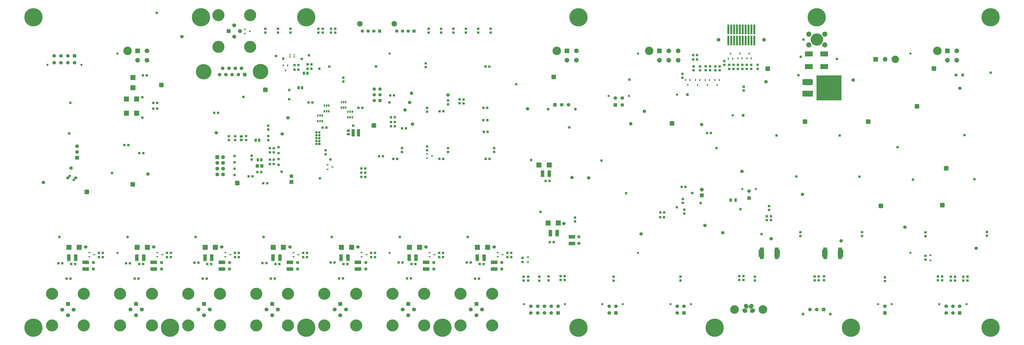
<source format=gbr>
G04 FAB 3000 Version 8.1.40 - Gerber/CAM Software*
G04 RS274-X Output*
%FSLAX35Y35*%
%MIA0B0*%
%MOIN*%
%SFA1.000000B1.000000*%

%IPPOS*%
%AMRECT_ROUNDED85*
4,1,38,0.000000,0.012500,
-0.010250,0.012500,
-0.011549,0.012363,
-0.012792,0.011960,
-0.013924,0.011306,
-0.014895,0.010432,
-0.015663,0.009375,
-0.016194,0.008181,
-0.016466,0.006903,
-0.016500,0.006250,
-0.016500,-0.006250,
-0.016363,-0.007549,
-0.015960,-0.008792,
-0.015306,-0.009924,
-0.014432,-0.010895,
-0.013375,-0.011663,
-0.012181,-0.012194,
-0.010903,-0.012466,
-0.010250,-0.012500,
0.010250,-0.012500,
0.011549,-0.012363,
0.012792,-0.011960,
0.013924,-0.011306,
0.014895,-0.010432,
0.015663,-0.009375,
0.016194,-0.008181,
0.016466,-0.006903,
0.016500,-0.006250,
0.016500,0.006250,
0.016363,0.007549,
0.015960,0.008792,
0.015306,0.009924,
0.014432,0.010895,
0.013375,0.011663,
0.012181,0.012194,
0.010903,0.012466,
0.010250,0.012500,
0.000000,0.012500,
0.000000,0.012500,0.0*
%
%AMRECT_ROUNDED179*
4,1,38,0.000000,0.007874,
-0.008858,0.007874,
-0.009677,0.007788,
-0.010460,0.007534,
-0.011172,0.007122,
-0.011784,0.006571,
-0.012268,0.005906,
-0.012603,0.005154,
-0.012774,0.004349,
-0.012795,0.003937,
-0.012795,-0.003937,
-0.012709,-0.004756,
-0.012455,-0.005538,
-0.012043,-0.006251,
-0.011493,-0.006863,
-0.010827,-0.007347,
-0.010075,-0.007681,
-0.009270,-0.007852,
-0.008858,-0.007874,
0.008858,-0.007874,
0.009677,-0.007788,
0.010460,-0.007534,
0.011172,-0.007122,
0.011784,-0.006571,
0.012268,-0.005906,
0.012603,-0.005154,
0.012774,-0.004349,
0.012795,-0.003937,
0.012795,0.003937,
0.012709,0.004756,
0.012455,0.005538,
0.012043,0.006251,
0.011493,0.006863,
0.010827,0.007347,
0.010075,0.007681,
0.009270,0.007852,
0.008858,0.007874,
0.000000,0.007874,
0.000000,0.007874,0.0*
%
%AMRECT_ROUNDED201*
4,1,38,0.000000,0.040500,
-0.020250,0.040500,
-0.024460,0.040057,
-0.028486,0.038749,
-0.032153,0.036633,
-0.035299,0.033800,
-0.037787,0.030375,
-0.039509,0.026508,
-0.040389,0.022367,
-0.040500,0.020250,
-0.040500,-0.020250,
-0.040057,-0.024460,
-0.038749,-0.028486,
-0.036633,-0.032153,
-0.033800,-0.035299,
-0.030375,-0.037787,
-0.026508,-0.039509,
-0.022367,-0.040389,
-0.020250,-0.040500,
0.020250,-0.040500,
0.024460,-0.040057,
0.028486,-0.038749,
0.032153,-0.036633,
0.035299,-0.033800,
0.037787,-0.030375,
0.039509,-0.026508,
0.040389,-0.022367,
0.040500,-0.020250,
0.040500,0.020250,
0.040057,0.024460,
0.038749,0.028486,
0.036633,0.032153,
0.033800,0.035299,
0.030375,0.037787,
0.026508,0.039509,
0.022367,0.040389,
0.020250,0.040500,
0.000000,0.040500,
0.000000,0.040500,0.0*
%
%AMoval87x72.189_55*
4,1,41,0.025300,0.026700,
0.033800,0.014600,
0.036808,0.009402,
0.038912,0.003778,
0.040053,-0.002118,
0.040200,-0.008121,
0.039349,-0.014066,
0.037523,-0.019787,
0.034773,-0.025125,
0.031176,-0.029934,
0.026830,-0.034078,
0.021857,-0.037444,
0.016394,-0.039938,
0.010593,-0.041491,
0.004615,-0.042060,
-0.001375,-0.041629,
-0.007210,-0.040210,
-0.012729,-0.037842,
-0.017778,-0.034591,
-0.022218,-0.030548,
-0.025300,-0.026700,
-0.033800,-0.014600,
-0.036808,-0.009402,
-0.038912,-0.003778,
-0.040053,0.002118,
-0.040200,0.008121,
-0.039349,0.014066,
-0.037523,0.019787,
-0.034773,0.025125,
-0.031176,0.029934,
-0.026830,0.034078,
-0.021857,0.037444,
-0.016394,0.039938,
-0.010593,0.041491,
-0.004615,0.042060,
0.001375,0.041629,
0.007210,0.040210,
0.012729,0.037842,
0.017778,0.034591,
0.022218,0.030548,
0.025300,0.026700,
0.025300,0.026700,0.0*
%
%AMoval89x72.189_25*
4,1,41,0.007600,0.036200,
0.022800,0.029100,
0.028005,0.026121,
0.032643,0.022319,
0.036585,0.017799,
0.039721,0.012687,
0.041964,0.007124,
0.043252,0.001267,
0.043548,-0.004723,
0.042845,-0.010679,
0.041163,-0.016436,
0.038547,-0.021833,
0.035070,-0.026720,
0.030830,-0.030961,
0.025944,-0.034440,
0.020549,-0.037057,
0.014793,-0.038743,
0.008837,-0.039448,
0.002847,-0.039154,
-0.003011,-0.037869,
-0.007600,-0.036200,
-0.022800,-0.029100,
-0.028005,-0.026121,
-0.032643,-0.022319,
-0.036585,-0.017799,
-0.039721,-0.012687,
-0.041964,-0.007124,
-0.043252,-0.001267,
-0.043548,0.004723,
-0.042846,0.010679,
-0.041163,0.016435,
-0.038547,0.021833,
-0.035070,0.026720,
-0.030830,0.030961,
-0.025944,0.034440,
-0.020549,0.037057,
-0.014793,0.038743,
-0.008837,0.039448,
-0.002847,0.039154,
0.003011,0.037869,
0.007600,0.036200,
0.007600,0.036200,0.0*
%
%AMoval89x72.189_335*
4,1,41,-0.022800,0.029100,
-0.007600,0.036200,
-0.001963,0.038269,
0.003940,0.039374,
0.009944,0.039483,
0.015883,0.038596,
0.021592,0.036735,
0.026913,0.033952,
0.031699,0.030324,
0.035816,0.025953,
0.039151,0.020959,
0.041611,0.015481,
0.043128,0.009671,
0.043659,0.003690,
0.043191,-0.002297,
0.041735,-0.008122,
0.039333,-0.013626,
0.036051,-0.018655,
0.031980,-0.023069,
0.027233,-0.026747,
0.022800,-0.029100,
0.007600,-0.036200,
0.001963,-0.038269,
-0.003940,-0.039374,
-0.009944,-0.039483,
-0.015883,-0.038596,
-0.021592,-0.036735,
-0.026913,-0.033952,
-0.031699,-0.030324,
-0.035816,-0.025953,
-0.039151,-0.020959,
-0.041611,-0.015481,
-0.043128,-0.009671,
-0.043659,-0.003690,
-0.043191,0.002296,
-0.041735,0.008122,
-0.039333,0.013626,
-0.036051,0.018655,
-0.031980,0.023069,
-0.027233,0.026747,
-0.022800,0.029100,
-0.022800,0.029100,0.0*
%
%AMoval87x72.189_305*
4,1,41,-0.033800,0.014600,
-0.025300,0.026700,
-0.021454,0.031309,
-0.016897,0.035217,
-0.011754,0.038314,
-0.006169,0.040514,
-0.000296,0.041756,
0.005702,0.042007,
0.011658,0.041257,
0.017407,0.039530,
0.022791,0.036872,
0.027657,0.033358,
0.031874,0.029085,
0.035322,0.024170,
0.037906,0.018752,
0.039556,0.012980,
0.040224,0.007014,
0.039892,0.001020,
0.038570,-0.004835,
0.036295,-0.010391,
0.033800,-0.014600,
0.025300,-0.026700,
0.021454,-0.031309,
0.016897,-0.035217,
0.011754,-0.038314,
0.006169,-0.040514,
0.000296,-0.041756,
-0.005702,-0.042007,
-0.011658,-0.041257,
-0.017407,-0.039530,
-0.022791,-0.036872,
-0.027657,-0.033358,
-0.031873,-0.029085,
-0.035322,-0.024170,
-0.037906,-0.018752,
-0.039556,-0.012980,
-0.040224,-0.007014,
-0.039892,-0.001020,
-0.038570,0.004835,
-0.036295,0.010391,
-0.033800,0.014600,
-0.033800,0.014600,0.0*
%
%AMOCTAGON212*
4,1,9,-0.011000,0.022000,
-0.022000,0.011000,
-0.022000,-0.011000,
-0.011000,-0.022000,
0.011000,-0.022000,
0.022000,-0.011000,
0.022000,0.011000,
0.011000,0.022000,
-0.011000,0.022000,
-0.011000,0.022000,0.0*
%
%AMRECT_ROUNDED256*
4,1,38,0.000000,0.026500,
-0.013250,0.026500,
-0.016005,0.026210,
-0.018639,0.025354,
-0.021038,0.023969,
-0.023097,0.022116,
-0.024725,0.019875,
-0.025851,0.017344,
-0.026427,0.014635,
-0.026500,0.013250,
-0.026500,-0.013250,
-0.026210,-0.016005,
-0.025354,-0.018639,
-0.023969,-0.021038,
-0.022116,-0.023097,
-0.019875,-0.024725,
-0.017344,-0.025851,
-0.014635,-0.026427,
-0.013250,-0.026500,
0.013250,-0.026500,
0.016005,-0.026210,
0.018639,-0.025354,
0.021038,-0.023969,
0.023097,-0.022116,
0.024725,-0.019875,
0.025851,-0.017344,
0.026427,-0.014635,
0.026500,-0.013250,
0.026500,0.013250,
0.026210,0.016005,
0.025354,0.018639,
0.023969,0.021038,
0.022116,0.023097,
0.019875,0.024725,
0.017344,0.025852,
0.014635,0.026427,
0.013250,0.026500,
0.000000,0.026500,
0.000000,0.026500,0.0*
%
%AMRECT_ROUNDED257*
4,1,38,0.000000,0.028500,
-0.014250,0.028500,
-0.017213,0.028189,
-0.020046,0.027268,
-0.022626,0.025778,
-0.024840,0.023785,
-0.026591,0.021375,
-0.027803,0.018653,
-0.028422,0.015740,
-0.028500,0.014250,
-0.028500,-0.014250,
-0.028189,-0.017213,
-0.027268,-0.020046,
-0.025778,-0.022626,
-0.023785,-0.024840,
-0.021375,-0.026591,
-0.018653,-0.027803,
-0.015740,-0.028422,
-0.014250,-0.028500,
0.014250,-0.028500,
0.017213,-0.028189,
0.020046,-0.027268,
0.022626,-0.025778,
0.024840,-0.023785,
0.026591,-0.021375,
0.027803,-0.018654,
0.028422,-0.015740,
0.028500,-0.014250,
0.028500,0.014250,
0.028189,0.017213,
0.027268,0.020046,
0.025778,0.022626,
0.023785,0.024840,
0.021375,0.026591,
0.018653,0.027803,
0.015740,0.028422,
0.014250,0.028500,
0.000000,0.028500,
0.000000,0.028500,0.0*
%
%AMoval83x68.189_55*
4,1,41,0.023600,0.025600,
0.032100,0.013400,
0.035005,0.008346,
0.037004,0.002870,
0.038037,-0.002867,
0.038074,-0.008696,
0.037115,-0.014446,
0.035187,-0.019947,
0.032348,-0.025038,
0.028680,-0.029569,
0.024291,-0.033406,
0.019311,-0.036437,
0.013887,-0.038572,
0.008178,-0.039748,
0.002351,-0.039931,
-0.003420,-0.039116,
-0.008969,-0.037326,
-0.014129,-0.034615,
-0.018750,-0.031061,
-0.022695,-0.026770,
-0.023600,-0.025600,
-0.032100,-0.013400,
-0.035005,-0.008346,
-0.037004,-0.002870,
-0.038037,0.002867,
-0.038074,0.008696,
-0.037115,0.014446,
-0.035187,0.019948,
-0.032348,0.025038,
-0.028680,0.029569,
-0.024291,0.033406,
-0.019311,0.036437,
-0.013887,0.038572,
-0.008178,0.039748,
-0.002351,0.039931,
0.003420,0.039116,
0.008969,0.037326,
0.014129,0.034615,
0.018750,0.031061,
0.022695,0.026770,
0.023600,0.025600,
0.023600,0.025600,0.0*
%
%AMoval85x68.189_25*
4,1,41,0.006700,0.034400,
0.022000,0.027300,
0.027051,0.024386,
0.031530,0.020653,
0.035305,0.016209,
0.038265,0.011185,
0.040323,0.005730,
0.041419,0.000002,
0.041520,-0.005827,
0.040624,-0.011589,
0.038756,-0.017113,
0.035972,-0.022236,
0.032353,-0.026808,
0.028006,-0.030695,
0.023059,-0.033782,
0.017658,-0.035978,
0.011961,-0.037219,
0.006135,-0.037468,
0.000352,-0.036719,
-0.005217,-0.034992,
-0.006700,-0.034400,
-0.022000,-0.027300,
-0.027051,-0.024386,
-0.031530,-0.020653,
-0.035305,-0.016209,
-0.038265,-0.011185,
-0.040323,-0.005730,
-0.041419,-0.000002,
-0.041520,0.005827,
-0.040624,0.011589,
-0.038756,0.017113,
-0.035972,0.022236,
-0.032353,0.026808,
-0.028006,0.030695,
-0.023059,0.033782,
-0.017658,0.035978,
-0.011961,0.037219,
-0.006135,0.037468,
-0.000352,0.036719,
0.005217,0.034992,
0.006700,0.034400,
0.006700,0.034400,0.0*
%
%AMoval85x68.189_335*
4,1,41,-0.022000,0.027300,
-0.006700,0.034400,
-0.001214,0.036388,
0.004531,0.037410,
0.010366,0.037436,
0.016120,0.036465,
0.021623,0.034526,
0.026715,0.031676,
0.031245,0.027999,
0.035081,0.023602,
0.038110,0.018614,
0.040243,0.013183,
0.041417,0.007467,
0.041597,0.001635,
0.040780,-0.004143,
0.038987,-0.009696,
0.036273,-0.014861,
0.032717,-0.019487,
0.028423,-0.023439,
0.023518,-0.026598,
0.022000,-0.027300,
0.006700,-0.034400,
0.001214,-0.036388,
-0.004531,-0.037410,
-0.010366,-0.037436,
-0.016120,-0.036465,
-0.021623,-0.034526,
-0.026715,-0.031676,
-0.031245,-0.027999,
-0.035081,-0.023602,
-0.038110,-0.018614,
-0.040243,-0.013183,
-0.041417,-0.007467,
-0.041597,-0.001635,
-0.040780,0.004143,
-0.038987,0.009696,
-0.036273,0.014861,
-0.032717,0.019487,
-0.028423,0.023439,
-0.023518,0.026598,
-0.022000,0.027300,
-0.022000,0.027300,0.0*
%
%AMoval83x68.189_305*
4,1,41,-0.032100,0.013400,
-0.023600,0.025600,
-0.019843,0.030061,
-0.015379,0.033814,
-0.010340,0.036750,
-0.004873,0.038782,
0.000860,0.039850,
0.006692,0.039923,
0.012450,0.038999,
0.017967,0.037104,
0.023078,0.034295,
0.027634,0.030654,
0.031501,0.026289,
0.034566,0.021326,
0.036738,0.015914,
0.037953,0.010210,
0.038176,0.004382,
0.037400,-0.001398,
0.035648,-0.006961,
0.032972,-0.012143,
0.032100,-0.013400,
0.023600,-0.025600,
0.019843,-0.030061,
0.015379,-0.033815,
0.010340,-0.036750,
0.004873,-0.038782,
-0.000860,-0.039850,
-0.006692,-0.039923,
-0.012450,-0.038999,
-0.017967,-0.037104,
-0.023078,-0.034295,
-0.027634,-0.030654,
-0.031501,-0.026289,
-0.034566,-0.021326,
-0.036738,-0.015914,
-0.037953,-0.010209,
-0.038176,-0.004381,
-0.037400,0.001398,
-0.035648,0.006961,
-0.032972,0.012143,
-0.032100,0.013400,
-0.032100,0.013400,0.0*
%
%AMRECT_ROUNDED368*
4,1,38,0.000000,0.021654,
-0.005906,0.021654,
-0.007133,0.021524,
-0.008308,0.021143,
-0.009377,0.020526,
-0.010294,0.019700,
-0.011020,0.018701,
-0.011522,0.017573,
-0.011779,0.016365,
-0.011811,0.015748,
-0.011811,-0.015748,
-0.011682,-0.016976,
-0.011300,-0.018150,
-0.010683,-0.019219,
-0.009857,-0.020137,
-0.008858,-0.020862,
-0.007730,-0.021365,
-0.006523,-0.021621,
-0.005906,-0.021654,
0.005906,-0.021654,
0.007133,-0.021524,
0.008307,-0.021143,
0.009377,-0.020526,
0.010294,-0.019700,
0.011020,-0.018701,
0.011522,-0.017573,
0.011779,-0.016365,
0.011811,-0.015748,
0.011811,0.015748,
0.011682,0.016976,
0.011300,0.018150,
0.010683,0.019219,
0.009857,0.020137,
0.008858,0.020862,
0.007730,0.021365,
0.006523,0.021621,
0.005906,0.021654,
0.000000,0.021654,
0.000000,0.021654,0.0*
%
%AMRECT_ROUNDED374*
4,1,42,0.000000,0.052165,
-0.065453,0.052165,
-0.070535,0.051665,
-0.075423,0.050185,
-0.079929,0.047780,
-0.083879,0.044543,
-0.087123,0.040598,
-0.089536,0.036097,
-0.091026,0.031212,
-0.091535,0.026131,
-0.091535,0.026083,
-0.091535,-0.026083,
-0.091035,-0.031165,
-0.089555,-0.036053,
-0.087150,-0.040558,
-0.083913,-0.044509,
-0.079968,-0.047753,
-0.075467,-0.050166,
-0.070582,-0.051656,
-0.065501,-0.052165,
-0.065453,-0.052165,
0.065453,-0.052165,
0.070535,-0.051665,
0.075423,-0.050185,
0.079929,-0.047780,
0.083879,-0.044543,
0.087123,-0.040598,
0.089536,-0.036097,
0.091026,-0.031212,
0.091535,-0.026131,
0.091535,-0.026083,
0.091535,0.026083,
0.091035,0.031165,
0.089555,0.036053,
0.087150,0.040558,
0.083913,0.044509,
0.079968,0.047753,
0.075467,0.050166,
0.070582,0.051656,
0.065501,0.052165,
0.065453,0.052165,
0.000000,0.052165,
0.000000,0.052165,0.0*
%
%AMRECT_ROUNDED382*
4,1,38,0.000000,0.020500,
-0.013250,0.020500,
-0.014757,0.020342,
-0.016199,0.019873,
-0.017511,0.019115,
-0.018638,0.018101,
-0.019529,0.016875,
-0.020145,0.015490,
-0.020460,0.014008,
-0.020500,0.013250,
-0.020500,-0.013250,
-0.020342,-0.014757,
-0.019873,-0.016199,
-0.019115,-0.017511,
-0.018101,-0.018638,
-0.016875,-0.019529,
-0.015490,-0.020145,
-0.014008,-0.020460,
-0.013250,-0.020500,
0.013250,-0.020500,
0.014757,-0.020342,
0.016199,-0.019873,
0.017511,-0.019115,
0.018638,-0.018101,
0.019529,-0.016875,
0.020145,-0.015490,
0.020460,-0.014008,
0.020500,-0.013250,
0.020500,0.013250,
0.020342,0.014757,
0.019873,0.016199,
0.019115,0.017511,
0.018101,0.018638,
0.016875,0.019529,
0.015490,0.020145,
0.014008,0.020460,
0.013250,0.020500,
0.000000,0.020500,
0.000000,0.020500,0.0*
%
%AMRECT_ROUNDED383*
4,1,38,0.000000,0.022500,
-0.014250,0.022500,
-0.015965,0.022320,
-0.017606,0.021787,
-0.019099,0.020924,
-0.020381,0.019770,
-0.021395,0.018375,
-0.022096,0.016799,
-0.022455,0.015112,
-0.022500,0.014250,
-0.022500,-0.014250,
-0.022320,-0.015965,
-0.021787,-0.017606,
-0.020924,-0.019099,
-0.019770,-0.020381,
-0.018375,-0.021395,
-0.016799,-0.022096,
-0.015112,-0.022455,
-0.014250,-0.022500,
0.014250,-0.022500,
0.015965,-0.022320,
0.017606,-0.021787,
0.019099,-0.020924,
0.020381,-0.019770,
0.021395,-0.018375,
0.022096,-0.016799,
0.022455,-0.015112,
0.022500,-0.014250,
0.022500,0.014250,
0.022320,0.015965,
0.021787,0.017606,
0.020924,0.019099,
0.019770,0.020381,
0.018375,0.021395,
0.016799,0.022096,
0.015112,0.022455,
0.014250,0.022500,
0.000000,0.022500,
0.000000,0.022500,0.0*
%
%ADD10C,0.005000*%
%ADD11C,0.010000*%
%ADD12C,0.009843*%
%ADD14C,0.007874*%
%ADD15C,0.006000*%
%ADD16C,0.020000*%
%ADD18C,0.008000*%
%ADD21R,0.010875X0.005512*%
%ADD22R,0.005512X0.010876*%
%ADD23C,0.006938*%
%ADD26R,0.007350X0.014500*%
%ADD27R,0.014500X0.007350*%
%ADD30C,0.009250*%
%ADD47R,0.056850X0.078650*%
%ADD48R,0.026564X0.013465*%
%ADD54R,0.024157X0.007914*%
%ADD58R,0.003910X0.018470*%
%ADD59C,0.005990*%
%ADD60C,0.012314*%
%ADD61C,0.012355*%
%ADD62R,0.003910X0.029037*%
%ADD63C,0.032906*%
%ADD64C,0.027414*%
%ADD75R,0.011625X0.057675*%
%ADD84R,0.033000X0.025000*%
%ADD85RECT_ROUNDED85*%
%ADD86R,0.137795X0.086614*%
%ADD110R,0.023622X0.043307*%
%ADD112R,0.033465X0.023622*%
%ADD129R,0.055118X0.061024*%
%ADD130R,0.055118X0.059055*%
%ADD136R,0.039370X0.043307*%
%ADD145R,0.055118X0.043307*%
%ADD150R,0.043307X0.039370*%
%ADD154R,0.090551X0.090551*%
%ADD158R,0.059055X0.114173*%
%ADD162R,0.047244X0.051181*%
%ADD163R,0.051181X0.047244*%
%ADD164R,0.114173X0.059055*%
%ADD169R,0.039370X0.062992*%
%ADD178R,0.043307X0.055118*%
%ADD179RECT_ROUNDED179*%
%ADD180R,0.025591X0.015748*%
%ADD184R,0.023622X0.033465*%
%ADD190C,0.150000*%
%ADD193C,0.062000*%
%ADD194R,0.062000X0.062000*%
%ADD195C,0.039370*%
%ADD196C,0.066000*%
%ADD197R,0.066000X0.066000*%
%ADD198C,0.064000*%
%ADD200C,0.059055*%
%ADD201RECT_ROUNDED201*%
%ADD204C,0.065000*%
%ADD205R,0.065000X0.065000*%
%ADD206C,0.314961*%
%ADD207oval87x72.189_55*%
%ADD208oval89x72.189_25*%
%ADD209oval89x72.189_335*%
%ADD210oval87x72.189_305*%
%ADD211C,0.044000*%
%ADD212OCTAGON212*%
%ADD213C,0.058000*%
%ADD214R,0.058000X0.058000*%
%ADD215C,0.160000*%
%ADD216C,0.055000*%
%ADD217C,0.045000*%
%ADD218C,0.215000*%
%ADD219C,0.090000*%
%ADD220R,0.057000X0.057000*%
%ADD221C,0.057000*%
%ADD222C,0.096000*%
%ADD223R,0.080000X0.080000*%
%ADD224C,0.080000*%
%ADD225C,0.148000*%
%ADD226C,0.128500*%
%ADD227C,0.146000*%
%ADD228C,0.208661*%
%ADD229C,0.069000*%
%ADD230R,0.069000X0.069000*%
%ADD231C,0.050000*%
%ADD232C,0.032000*%
%ADD234C,0.040000*%
%ADD235C,0.060000*%
%ADD236C,0.030000*%
%ADD237C,0.015000*%
%ADD238C,0.075000*%
%ADD239C,0.018000*%
%ADD240C,0.025000*%
%ADD241C,0.014000*%
%ADD242C,0.023000*%
%ADD244C,0.100000*%
%ADD246C,0.022000*%
%ADD247C,0.017000*%
%ADD255R,0.060000X0.060000*%
%ADD256RECT_ROUNDED256*%
%ADD257RECT_ROUNDED257*%
%ADD258C,0.053000*%
%ADD259oval83x68.189_55*%
%ADD260oval85x68.189_25*%
%ADD261oval85x68.189_335*%
%ADD262oval83x68.189_305*%
%ADD263C,0.195000*%
%ADD264C,0.128000*%
%ADD265C,0.027000*%
%ADD277R,0.022186X0.024154*%
%ADD278R,0.032025X0.059587*%
%ADD280R,0.047775X0.047776*%
%ADD281R,0.071394X0.045806*%
%ADD282C,0.166802*%
%ADD283C,0.167808*%
%ADD285C,0.100863*%
%ADD286R,0.024153X0.022185*%
%ADD287C,0.047921*%
%ADD293C,0.149219*%
%ADD296C,0.082707*%
%ADD298C,0.060676*%
%ADD299R,0.038501X0.038498*%
%ADD301R,0.082000X0.082000*%
%ADD305R,0.024154X0.030057*%
%ADD306R,0.030060X0.024154*%
%ADD309R,0.028092X0.026120*%
%ADD311R,0.019000X0.015001*%
%ADD312R,0.019233X0.014309*%
%ADD314C,0.059507*%
%ADD316C,0.060517*%
%ADD317C,0.070605*%
%ADD318R,0.022187X0.033995*%
%ADD320C,0.084724*%
%ADD321R,0.026120X0.028091*%
%ADD324C,0.079737*%
%ADD325C,0.080691*%
%ADD326R,0.030058X0.032028*%
%ADD327C,0.229369*%
%ADD328C,0.116561*%
%ADD329C,0.077664*%
%ADD330R,0.089000X0.089000*%
%ADD331R,0.077000X0.077000*%
%ADD356C,0.089768*%
%ADD361C,0.078673*%
%ADD362R,0.100000X0.100000*%
%ADD363R,0.078000X0.078000*%
%ADD367R,0.029000X0.161000*%
%ADD368RECT_ROUNDED368*%
%ADD369R,0.070000X0.200000*%
%ADD370R,0.094488X0.129921*%
%ADD371R,0.053150X0.129921*%
%ADD372C,0.267717*%
%ADD373R,0.433071X0.433071*%
%ADD374RECT_ROUNDED374*%
%ADD375R,0.183071X0.104331*%
%ADD376C,0.125000*%
%ADD377R,0.219036X0.219033*%
%ADD378R,0.134173X0.079055*%
%ADD379R,0.014314X0.019230*%
%ADD380C,0.288606*%
%ADD381R,0.033000X0.165000*%
%ADD382RECT_ROUNDED382*%
%ADD383RECT_ROUNDED383*%
%ADD384C,0.041000*%
%ADD385R,0.579625X0.156017*%
%ADD386R,0.038944X0.021454*%
%ADD387R,0.494885X0.112822*%
%ADD388R,0.009343X0.070440*%
%ADD389R,0.026564X0.008702*%
%ADD390R,0.023175X0.062105*%
%ADD391R,0.405774X0.130015*%
%ADD392R,0.011894X0.089666*%
%ADD393R,0.033815X0.011077*%
%ADD394R,0.466047X0.123006*%
%ADD395R,0.418150X0.114700*%
%ADD396R,0.011024X0.057675*%
%ADD397R,0.417901X0.131531*%
%ADD398C,0.036380*%
%ADD399C,0.001959*%
%ADD400R,0.000370X0.000710*%
%ADD401C,0.001359*%
%ADD402R,0.730506X0.156017*%
%ADD403R,0.072876X0.024836*%
%ADD404R,0.029499X0.079055*%
%ADD405R,0.384320X0.130015*%
%ADD406R,0.289400X0.118700*%
%ADD407C,0.018500*%
%ADD408R,0.231250X0.098950*%
%ADD409R,0.240325X0.098950*%
%ADD410R,0.508535X0.111815*%
%ADD411R,0.030594X0.016854*%
%ADD412R,0.377673X0.130015*%
%LNbottom_solder_0*%
%LPD*%
G54D112*
X711232Y317900D03*
G54D136*
X556568Y105216D03*
G54D150*
X557185Y454133D03*
Y447440D03*
G54D154*
X553839Y159350D03*
G54D368*
X557600Y401979D03*
Y411821D03*
G54D136*
X557579Y130413D03*
G54D206*
X19685Y559055D03*
X310138D03*
G54D228*
X340551Y562697D03*
X395669D03*
G54D206*
X492921Y559055D03*
G54D232*
X33465D03*
X29429Y568799D03*
X19685Y572835D03*
X9941Y568799D03*
X5905Y559055D03*
X323917D03*
X319881Y568799D03*
X310138Y572835D03*
X300394Y568799D03*
X296358Y559055D03*
G54D382*
X233661Y566634D03*
G54D232*
X506701Y559055D03*
X502665Y568799D03*
X492921Y572835D03*
X483178Y568799D03*
X479142Y559055D03*
G54D200*
X1215554Y184606D03*
G54D232*
X1680315Y545276D03*
G54D206*
Y559055D03*
G54D232*
X1378748Y545276D03*
G54D206*
Y559055D03*
G54D232*
X1694095D03*
X1690059Y568799D03*
Y549312D03*
X1680315Y572835D03*
X1670571Y568799D03*
Y549312D03*
X1666535Y559055D03*
X1388492Y549312D03*
X1378748Y572835D03*
X1369004Y568799D03*
Y549312D03*
X1364969Y559055D03*
X1388492Y568799D03*
X1392528Y559055D03*
G54D136*
X811046Y313100D03*
X804353D03*
X723953D03*
X730646D03*
G54D200*
X1421063Y170768D03*
G54D195*
X1485047Y60787D03*
G54D207*
X1256386Y56890D03*
G54D210*
X1264890D03*
G54D195*
X1591347Y60787D03*
X1508669D03*
G54D193*
X1496858Y57087D03*
X1626780Y57086D03*
X1614969D03*
X1603158D03*
G54D195*
X1638591Y60787D03*
G54D162*
X966071Y166173D03*
G54D164*
X953866Y165930D03*
G54D136*
X915753Y168400D03*
X922446D03*
G54D193*
X1136622Y57087D03*
G54D195*
X1068701Y149606D03*
G54D150*
X1026287Y101476D03*
X1142323Y101673D03*
G54D195*
X1124811Y60787D03*
X1042134D03*
X1006701D03*
G54D193*
X1018512Y57087D03*
X1030323D03*
G54D195*
X1160244Y60787D03*
G54D193*
X1148433Y57087D03*
G54D150*
X1142323Y108366D03*
X1026287Y108169D03*
G54D193*
X918118Y57087D03*
X906307D03*
G54D195*
X941740Y60787D03*
G54D193*
X929929Y57087D03*
G54D195*
X870874Y60787D03*
G54D193*
X882685Y57087D03*
X894496D03*
G54D84*
X877756Y142421D03*
G54D150*
X868406Y140847D03*
G54D85*
X877756Y133621D03*
G54D150*
X868406Y134154D03*
X941138Y102559D03*
X934158D03*
X877854Y108268D03*
X869941Y108464D03*
X897400Y108169D03*
X913425Y108661D03*
X934158Y109252D03*
X941138D03*
X877854Y101575D03*
X869941Y101772D03*
X897400Y101476D03*
X913425Y101969D03*
G54D232*
X965362Y545276D03*
G54D206*
Y559055D03*
G54D232*
Y572835D03*
X955619Y568799D03*
Y549312D03*
X951583Y559055D03*
X975106Y549312D03*
Y568799D03*
X979142Y559055D03*
X1451583Y19685D03*
X1447547Y29429D03*
X1428060D03*
X1424024Y19685D03*
X1670571Y29429D03*
X1666535Y19685D03*
X1690059Y29429D03*
X1694095Y19685D03*
X1211326Y29429D03*
X1191839D03*
X1187803Y19685D03*
X1215362D03*
G54D178*
X488947Y461600D03*
G54D193*
X948032Y406933D03*
G54D213*
X620827Y434409D03*
X610827D03*
G54D150*
X700400Y472453D03*
G54D382*
X613900Y473800D03*
G54D150*
X700400Y479146D03*
G54D195*
X637795Y496063D03*
G54D221*
X610200Y535138D03*
X600200D03*
X590200D03*
G54D222*
X586000Y547538D03*
G54D220*
X620200Y535138D03*
G54D150*
X705217Y539105D03*
Y532412D03*
G54D220*
X679900Y535138D03*
G54D221*
X669900D03*
X659900D03*
X649900D03*
G54D222*
X645700Y547538D03*
G54D228*
X524418Y78740D03*
G54D136*
X549875Y105216D03*
G54D382*
X516600Y279200D03*
G54D136*
X494193Y149705D03*
G54D382*
X537213Y177363D03*
G54D136*
X494193Y142422D03*
G54D158*
X553445Y141339D03*
G54D136*
X541929Y132972D03*
X535236D03*
G54D112*
X538301Y298900D03*
G54D230*
X551977Y61024D03*
G54D112*
X529837Y295160D03*
Y302641D03*
G54D228*
X760639Y78740D03*
G54D162*
X714272Y121639D03*
G54D136*
X730413Y142422D03*
X723720D03*
G54D112*
X715586Y146752D03*
G54D136*
X723720Y149705D03*
X730413D03*
G54D382*
X773434Y177363D03*
G54D162*
X714272Y133057D03*
G54D136*
X771457Y132972D03*
X778150D03*
G54D228*
X642528Y78740D03*
X406306D03*
G54D382*
X1346880Y458169D03*
G54D371*
X583626Y358400D03*
X574374D03*
G54D150*
X702600Y327854D03*
G54D145*
X565800Y361953D03*
G54D136*
X659241Y365978D03*
G54D112*
X702768Y314160D03*
Y321640D03*
G54D145*
X565800Y356047D03*
G54D150*
X702600Y334547D03*
X659100Y331746D03*
Y325053D03*
G54D136*
X650646Y313000D03*
X643953D03*
X625847Y317800D03*
X619154D03*
X665934Y365978D03*
G54D201*
X610236Y370965D03*
G54D382*
X574400Y370600D03*
G54D200*
X677400Y373200D03*
G54D136*
X639961Y369586D03*
X646654D03*
X807567Y360000D03*
X800874D03*
G54D150*
X739100Y331746D03*
X819100D03*
X739100Y325053D03*
X819100D03*
G54D232*
X1437803Y33465D03*
G54D206*
Y19685D03*
G54D232*
X1680315Y33465D03*
G54D206*
Y19685D03*
G54D232*
X1201583Y33465D03*
G54D206*
Y19685D03*
G54D368*
X569100Y395141D03*
Y385299D03*
G54D110*
X565360Y395141D03*
G54D368*
Y385299D03*
X572840D03*
Y395141D03*
G54D213*
X620827Y424409D03*
G54D214*
Y414409D03*
G54D213*
X610827D03*
G54D136*
X590238Y401695D03*
X583545D03*
G54D368*
X561340Y411821D03*
Y401979D03*
G54D213*
X610827Y424409D03*
G54D150*
X702600Y401747D03*
G54D200*
X664400Y398100D03*
X675492Y426968D03*
X672400Y411000D03*
G54D136*
X645276Y423327D03*
X638583D03*
G54D382*
X637205Y411023D03*
G54D136*
X646752Y376968D03*
X646654Y385433D03*
X640060Y376968D03*
X639961Y385433D03*
G54D150*
X702600Y395054D03*
G54D211*
X515700Y359000D03*
X510700D03*
G54D150*
X526500Y327846D03*
G54D382*
X534800Y312000D03*
G54D211*
X510700Y354000D03*
X515700Y349000D03*
Y354000D03*
X510700Y349000D03*
X515700Y344000D03*
X510700D03*
G54D212*
X515700Y339000D03*
G54D211*
X510700D03*
G54D150*
X526500Y321153D03*
G54D368*
X513060Y378579D03*
G54D136*
X496911Y410883D03*
X503603D03*
G54D368*
X516800Y378579D03*
Y388421D03*
X520540Y378579D03*
Y388421D03*
G54D136*
X521383Y367340D03*
G54D110*
X513060Y388421D03*
X524460Y405621D03*
G54D368*
Y395779D03*
X528200Y405621D03*
X531940D03*
X553860Y401979D03*
G54D110*
Y411821D03*
G54D368*
X531940Y395779D03*
X528200D03*
G54D136*
X528076Y367340D03*
X438261Y105020D03*
X431568D03*
G54D382*
X419103Y177363D03*
G54D230*
X433865Y61024D03*
G54D158*
X447146Y141339D03*
G54D136*
X446161Y130413D03*
X439468D03*
X423819Y131988D03*
X417126D03*
G54D158*
X435335Y141339D03*
G54D154*
X435728Y159350D03*
G54D228*
X461424Y78740D03*
G54D154*
X453445Y159350D03*
G54D162*
X478051Y121639D03*
G54D164*
X464665Y121647D03*
G54D136*
X487500Y142422D03*
G54D162*
X478051Y133057D03*
G54D164*
X464665Y133458D03*
G54D112*
X470901Y143012D03*
G54D136*
X487500Y149705D03*
G54D112*
X479366Y146752D03*
X470901Y150492D03*
G54D200*
X464567Y160039D03*
G54D228*
X288196Y78740D03*
G54D136*
X320150Y105020D03*
X313458D03*
G54D230*
X315755Y61024D03*
G54D154*
X317618Y159350D03*
G54D382*
X300993Y177363D03*
G54D136*
X328051Y130413D03*
X299114Y132776D03*
X305807D03*
X321358Y130413D03*
G54D158*
X317224Y141339D03*
X329035D03*
G54D228*
X343314Y78740D03*
G54D197*
X338720Y316063D03*
G54D196*
Y296063D03*
Y306063D03*
Y286063D03*
G54D154*
X335335Y159350D03*
G54D215*
X413709Y464677D03*
G54D372*
D03*
G54D150*
X421949Y532412D03*
Y539105D03*
G54D184*
X456851Y466796D03*
G54D136*
X472599Y468125D03*
X479292D03*
G54D382*
X485400Y486500D03*
G54D180*
X472141Y491800D03*
Y494360D03*
G54D136*
X472698Y476098D03*
G54D180*
X472141Y489241D03*
X464660Y494360D03*
Y491800D03*
G54D179*
Y489241D03*
G54D184*
X460591Y475261D03*
G54D382*
X440700Y491600D03*
X453100Y486900D03*
G54D184*
X453111Y475261D03*
G54D136*
X479391Y476098D03*
G54D232*
X483178Y549312D03*
G54D150*
X465748Y539105D03*
X443898D03*
Y532412D03*
X465748D03*
G54D382*
X515700Y469700D03*
G54D150*
X513800Y532454D03*
Y539147D03*
G54D232*
X502665Y549312D03*
X492921Y545276D03*
G54D136*
X495400Y477200D03*
G54D382*
X497700Y493100D03*
G54D136*
X502093Y477200D03*
G54D178*
X494853Y461600D03*
G54D136*
X495400Y469700D03*
X502093D03*
G54D150*
X535897Y539105D03*
Y532412D03*
X521497D03*
Y539105D03*
X543397Y532412D03*
Y539105D03*
G54D382*
X533000Y473200D03*
G54D154*
X192400Y436642D03*
G54D382*
X81791Y357382D03*
G54D201*
X241500Y441200D03*
G54D382*
X83760Y410433D03*
G54D154*
X180942Y392464D03*
X180981Y416973D03*
X198658Y392464D03*
G54D136*
X234277Y400313D03*
Y410248D03*
X227584Y400313D03*
Y410248D03*
G54D382*
X208687Y420023D03*
Y384713D03*
G54D154*
X198698Y416973D03*
G54D228*
X340551Y507579D03*
G54D229*
X79534Y41318D03*
X197646Y41339D03*
X670087D03*
G54D193*
X918118Y45276D03*
X906307D03*
G54D194*
X929929D03*
G54D193*
X882685D03*
X894496D03*
G54D229*
X788198Y41339D03*
X551977D03*
X433865D03*
X315755D03*
G54D193*
X1136622Y45276D03*
G54D231*
X1402370Y43465D03*
X1355126D03*
G54D193*
X1603158Y45275D03*
X1614969D03*
G54D194*
X1626780D03*
X1496858Y45276D03*
X1148433D03*
X1030323D03*
G54D193*
X1018512D03*
G54D228*
X642528Y23622D03*
X760639D03*
X697646D03*
X815757D03*
G54D206*
X729142Y19684D03*
G54D232*
Y33464D03*
G54D206*
X965362Y19684D03*
G54D232*
Y33464D03*
X29429Y9941D03*
X19685Y5905D03*
X9941Y9941D03*
X266436D03*
X738885D03*
X719398D03*
X729142Y5905D03*
X965362D03*
X955619Y9941D03*
X502665D03*
X492921Y5905D03*
X483178Y9941D03*
X246949D03*
X256693Y5905D03*
X1447547Y9941D03*
X1437803Y5905D03*
X1428060Y9941D03*
X1670571D03*
X1680315Y5905D03*
X975106Y9941D03*
X1690059D03*
X1211326D03*
X1201583Y5905D03*
X1191839Y9941D03*
G54D136*
X415047Y290008D03*
X408354D03*
G54D178*
X414853Y311408D03*
X408947D03*
G54D129*
X408084Y300708D03*
G54D136*
X436746Y304000D03*
Y311500D03*
Y324200D03*
Y331600D03*
X430053D03*
Y324200D03*
Y311500D03*
Y304000D03*
X425146Y270708D03*
X418453D03*
G54D130*
X416116Y300708D03*
G54D382*
X450200Y290600D03*
X444900Y333200D03*
Y302600D03*
Y312800D03*
Y323000D03*
G54D196*
X467300Y283100D03*
G54D197*
Y273100D03*
G54D162*
X359941Y121639D03*
G54D164*
X346555Y121647D03*
G54D112*
X361256Y146752D03*
X352791Y150492D03*
G54D200*
X346457Y160039D03*
G54D136*
X376082Y142422D03*
X369389D03*
G54D112*
X352791Y143012D03*
G54D162*
X359941Y133057D03*
G54D164*
X346555Y133458D03*
G54D136*
X369389Y149705D03*
X376082D03*
G54D196*
X348720Y316063D03*
Y306063D03*
Y296063D03*
G54D382*
X368700Y317883D03*
Y306967D03*
Y296050D03*
G54D136*
X399546Y282700D03*
X392853D03*
G54D201*
X373400Y271100D03*
G54D382*
X368700Y285133D03*
G54D196*
X348720Y286063D03*
G54D150*
X398300Y312062D03*
Y318755D03*
G54D200*
X337100Y358200D03*
G54D150*
X358569Y352245D03*
Y345552D03*
X388639Y352511D03*
G54D382*
X383900Y420800D03*
G54D136*
X339951Y393157D03*
X333258D03*
G54D150*
X369578Y345718D03*
Y352411D03*
G54D145*
X380175Y346015D03*
Y351920D03*
G54D150*
X388639Y345818D03*
G54D178*
X485583Y436595D03*
X479678D03*
G54D201*
X422006Y433023D03*
G54D200*
X451400Y356300D03*
G54D150*
X426843Y352511D03*
Y345818D03*
G54D382*
X463200Y416500D03*
Y432700D03*
G54D200*
X461400Y384200D03*
G54D150*
X426800Y370747D03*
Y364054D03*
G54D178*
X405448Y345200D03*
X411353D03*
G54D228*
X170087Y78740D03*
G54D136*
X202040Y105020D03*
X195347D03*
X203248Y130413D03*
X187107Y131693D03*
X180414D03*
G54D382*
X182883Y177363D03*
G54D154*
X199508Y159350D03*
G54D230*
X197646Y61024D03*
G54D158*
X210925Y141339D03*
X199114D03*
G54D136*
X209941Y130413D03*
G54D228*
X225205Y78740D03*
G54D154*
X217224Y159350D03*
G54D162*
X241831Y121639D03*
G54D164*
X228445Y121647D03*
G54D112*
X234681Y143012D03*
G54D164*
X228445Y133458D03*
G54D162*
X241831Y133057D03*
G54D136*
X257972Y142422D03*
X251279D03*
G54D200*
X228346Y160039D03*
G54D112*
X234681Y150492D03*
X243146Y146752D03*
G54D136*
X251279Y149705D03*
X257972D03*
G54D224*
X216709Y500575D03*
G54D225*
X182890D03*
G54D223*
X200409D03*
G54D232*
X319881Y549312D03*
X310138Y545276D03*
X300394Y549312D03*
G54D200*
X277165Y525492D03*
G54D232*
X9941Y549312D03*
X19685Y545276D03*
X29429Y549312D03*
G54D229*
X69692Y51161D03*
X679930Y51181D03*
X660245D03*
X542135D03*
X561820D03*
X325597D03*
X424023D03*
X443708D03*
X187804D03*
X207489D03*
X305912D03*
X89377Y51161D03*
G54D194*
X1390559Y51181D03*
G54D193*
X1378748D03*
X1366937D03*
G54D229*
X798040D03*
X778355D03*
G54D208*
X1253945Y49213D03*
G54D190*
X1236032Y51181D03*
G54D209*
X1267331Y49213D03*
G54D190*
X1285244Y51181D03*
G54D232*
X33465Y19685D03*
X979142Y19684D03*
X951583D03*
X715362D03*
X742921D03*
X506701D03*
X479142D03*
X242913D03*
X270472D03*
X5905Y19685D03*
X29429Y29429D03*
X9941D03*
X502665Y29428D03*
X975106D03*
X955619D03*
X719398D03*
X738885D03*
X483178D03*
X246949D03*
X266436D03*
G54D228*
X51975Y78720D03*
G54D136*
X77237Y105019D03*
X83930D03*
G54D154*
X81398Y159350D03*
G54D382*
X64772Y177363D03*
G54D154*
X99114Y159350D03*
G54D200*
X110236Y160039D03*
G54D158*
X81004Y141339D03*
X92815D03*
G54D136*
X91831Y130413D03*
X85138D03*
X69587Y131693D03*
X62894D03*
G54D230*
X79534Y61003D03*
G54D228*
X107094Y78720D03*
G54D164*
X110335Y121647D03*
Y133458D03*
G54D162*
X123720Y121639D03*
G54D195*
X165354Y149606D03*
G54D112*
X116571Y143012D03*
G54D136*
X133169Y142422D03*
X139862D03*
G54D162*
X123720Y133057D03*
G54D136*
X139862Y149705D03*
X133169D03*
G54D112*
X125035Y146752D03*
X116571Y150492D03*
G54D150*
X1611319Y101673D03*
X1618602D03*
X1632874D03*
X1640256D03*
X1632874Y108366D03*
X1618602D03*
X1611319D03*
X1640256D03*
X1496858Y107346D03*
X1588969Y108669D03*
X1596252Y108571D03*
Y101878D03*
X1588969Y101976D03*
X1496858Y100653D03*
G54D195*
X1541142Y149606D03*
G54D84*
X1576083Y145513D03*
G54D200*
X1655281Y157776D03*
G54D85*
X1576083Y136713D03*
G54D150*
X1567323Y137894D03*
Y144587D03*
G54D370*
X1282579Y148917D03*
G54D369*
X1283260D03*
X1309260D03*
G54D150*
X1244260Y109472D03*
X1251642D03*
X1271413Y108366D03*
Y101673D03*
X1251642Y102779D03*
X1244260D03*
G54D370*
X1309941Y148917D03*
G54D150*
X1374902Y108661D03*
X1382087Y108563D03*
X1391158Y108858D03*
Y102165D03*
X1382087Y101870D03*
X1374902Y101968D03*
G54D370*
X1419882Y148917D03*
G54D369*
X1419201D03*
X1393201D03*
G54D370*
X1392520D03*
G54D136*
X792591Y105020D03*
X785899D03*
X800492Y130413D03*
X793799D03*
G54D230*
X788198Y61024D03*
G54D154*
X790059Y159350D03*
X807776D03*
G54D158*
X789665Y141339D03*
X801476D03*
G54D228*
X815757Y78740D03*
G54D164*
X818996Y121647D03*
G54D200*
X818898Y160039D03*
G54D164*
X818996Y133458D03*
G54D162*
X832382Y121639D03*
G54D136*
X848523Y149705D03*
X841830D03*
G54D112*
X833697Y146752D03*
X825232Y150492D03*
G54D162*
X832382Y133057D03*
G54D136*
X841830Y142422D03*
X848523D03*
G54D112*
X825232Y143012D03*
G54D194*
X91043Y491831D03*
G54D195*
X165354Y496063D03*
X102854Y476319D03*
G54D193*
X67421Y491831D03*
Y480020D03*
X55610Y491831D03*
Y480020D03*
G54D195*
X43799Y476319D03*
G54D193*
X79232Y480020D03*
Y491831D03*
X91043Y480020D03*
G54D136*
X209582Y457852D03*
G54D224*
X200409Y484275D03*
G54D154*
X192400Y454358D03*
G54D224*
X216709Y484275D03*
G54D215*
X315109Y464177D03*
G54D372*
D03*
G54D136*
X216274Y457852D03*
G54D201*
X1596752Y232579D03*
X1489862Y231379D03*
G54D382*
X1545734Y277067D03*
X1652427Y277756D03*
G54D201*
X1603400Y296800D03*
G54D150*
X1567164Y185433D03*
Y178740D03*
G54D200*
X1531595Y194488D03*
G54D150*
X1673857Y179429D03*
Y186122D03*
X1296063Y224213D03*
G54D382*
X1246143Y225679D03*
G54D150*
X1292125Y206791D03*
G54D382*
X1283071Y182382D03*
G54D150*
X1292125Y213484D03*
X1299409Y206791D03*
Y213484D03*
G54D200*
X1299700Y174400D03*
G54D150*
X1350389Y179134D03*
Y185827D03*
X1457452Y179134D03*
Y185827D03*
G54D200*
X1248800Y291400D03*
G54D150*
X1296063Y230906D03*
G54D169*
X1229406Y241339D03*
X1238067D03*
G54D195*
X1249508Y260630D03*
G54D382*
X1452953Y281988D03*
G54D200*
X1354000Y251400D03*
G54D382*
X1343209Y282480D03*
G54D195*
X1273130Y260630D03*
G54D193*
X1261319Y256929D03*
G54D194*
Y245118D03*
G54D228*
X697646Y78740D03*
G54D230*
X670087Y61024D03*
G54D136*
X667985Y105216D03*
X674678D03*
G54D164*
X700886Y121647D03*
G54D158*
X683366Y141339D03*
G54D136*
X653347Y132972D03*
X660040D03*
X675689Y130413D03*
X682382D03*
G54D164*
X700886Y133458D03*
G54D382*
X655323Y177363D03*
G54D154*
X671949Y159350D03*
X689665D03*
G54D200*
X700787Y160039D03*
G54D112*
X707122Y150492D03*
G54D158*
X671555Y141339D03*
G54D112*
X707122Y143012D03*
G54D195*
X637795Y149606D03*
G54D381*
X1270303Y518629D03*
G54D200*
X1290580Y446850D03*
G54D150*
X1276279Y476181D03*
G54D198*
X1287303Y520079D03*
G54D381*
X1270303Y538129D03*
G54D382*
X1308947Y353642D03*
G54D201*
X1293701Y469685D03*
G54D150*
X1276279Y469488D03*
G54D381*
X1245303Y518629D03*
G54D184*
X1245374Y496161D03*
G54D381*
X1245303Y538129D03*
G54D201*
X1552756Y404232D03*
X1468002Y377559D03*
G54D375*
X1363091Y426417D03*
G54D201*
X1358356Y377559D03*
G54D382*
X1634950Y354429D03*
X1519000Y333200D03*
X1418592Y353642D03*
G54D200*
X1626870Y435630D03*
G54D373*
X1399902Y436417D03*
G54D219*
X1392618Y511123D03*
G54D218*
X1378818Y520473D03*
G54D219*
X1365018Y511123D03*
G54D86*
X1391535Y473425D03*
X1364961D03*
G54D374*
X1363091Y446417D03*
G54D200*
X1442028Y449902D03*
G54D382*
X1350886Y490256D03*
G54D86*
X1364961Y495472D03*
G54D382*
X1413484Y486713D03*
G54D223*
X1481024Y485925D03*
G54D224*
X1497323D03*
G54D219*
X1392618Y529823D03*
G54D382*
X1355512Y520374D03*
G54D219*
X1365018Y529823D03*
G54D86*
X1391535Y495472D03*
G54D226*
X1514843Y485925D03*
G54D201*
X1581988Y470079D03*
G54D195*
X1541142Y496063D03*
G54D382*
X1680709Y462736D03*
G54D163*
X1631801Y458499D03*
X1620384D03*
G54D225*
X1587909Y500575D03*
G54D223*
X1605429D03*
G54D224*
Y484275D03*
X1621728D03*
Y500575D03*
G54D381*
X1255303Y518629D03*
X1250303D03*
G54D150*
X1249508Y469488D03*
X1251969Y431791D03*
G54D381*
X1255303Y538129D03*
X1250303D03*
G54D383*
X1251000Y388500D03*
G54D150*
X1249508Y476181D03*
G54D184*
X1249114Y487697D03*
G54D150*
X1251969Y438484D03*
X1257185Y469488D03*
Y476181D03*
G54D184*
X1257480Y487697D03*
G54D381*
X1265303Y518629D03*
X1260303D03*
G54D150*
X1264862Y469488D03*
G54D381*
X1265303Y538129D03*
X1260303D03*
G54D184*
X1261221Y496161D03*
G54D150*
X1264862Y476181D03*
G54D184*
X1264961Y487697D03*
G54D224*
X1121950Y500575D03*
Y484276D03*
X1105650D03*
G54D195*
X1068701Y496063D03*
G54D227*
X1088131Y500575D03*
G54D223*
X1105650D03*
G54D382*
X1053701Y450753D03*
G54D150*
X1164898Y473524D03*
X1145472Y454035D03*
G54D224*
X1138249Y500575D03*
Y484276D03*
G54D136*
X1171046Y493300D03*
Y485800D03*
X1164354D03*
Y493300D03*
G54D184*
X1175689Y449902D03*
X1171949Y441437D03*
X1168209Y449902D03*
X1151280D03*
X1155020Y441437D03*
X1158760Y449902D03*
G54D150*
X1164898Y466831D03*
X1145472Y460728D03*
X1176392Y473524D03*
Y466831D03*
X1210335Y473524D03*
X1202671D03*
X1193589D03*
X1185926D03*
G54D184*
X1202067Y449902D03*
X1192618D03*
X1188878Y441437D03*
X1205807D03*
X1209547Y449902D03*
G54D150*
X1193589Y466831D03*
G54D198*
X1208303Y520079D03*
G54D150*
X1210335Y466831D03*
X1202671D03*
X1185926D03*
G54D184*
X1185138Y449902D03*
G54D136*
X807146Y380300D03*
X800453D03*
X731046Y395700D03*
X724353D03*
G54D200*
X739100Y424100D03*
G54D150*
Y407753D03*
Y414446D03*
X758800Y409653D03*
Y416346D03*
X766100Y409453D03*
Y416146D03*
G54D136*
X800153Y401600D03*
X806846D03*
G54D193*
X936221Y406933D03*
G54D194*
X924409D03*
G54D200*
X876870Y400000D03*
G54D231*
X912598Y399217D03*
G54D381*
X1225303Y518629D03*
Y538129D03*
G54D150*
X1226476Y469488D03*
Y476181D03*
G54D184*
X1225394Y487106D03*
G54D150*
X1218406Y482874D03*
Y476181D03*
G54D381*
X1230303Y518629D03*
Y538129D03*
G54D184*
X1229134Y495571D03*
G54D381*
X1240303Y518629D03*
X1235303D03*
G54D150*
X1234154Y469488D03*
X1241831D03*
G54D381*
X1235303Y538129D03*
X1240303D03*
G54D384*
X1233000Y388500D03*
G54D184*
X1241634Y487697D03*
G54D150*
X1241831Y476181D03*
G54D184*
X1232874Y487106D03*
G54D150*
X1234154Y476181D03*
G54D228*
X579536Y78740D03*
G54D162*
X596161Y121639D03*
G54D136*
X564272Y130413D03*
G54D164*
X582776Y133458D03*
G54D162*
X596161Y133057D03*
G54D136*
X612303Y142422D03*
X605610D03*
G54D112*
X589012Y143012D03*
G54D158*
X565256Y141339D03*
G54D154*
X571555Y159350D03*
G54D200*
X582677Y160039D03*
G54D112*
X589012Y150492D03*
X597476Y146752D03*
G54D136*
X605610Y149705D03*
X612303D03*
G54D164*
X582776Y121647D03*
G54D136*
X595305Y289000D03*
X588612D03*
X595305Y281800D03*
Y296400D03*
X588612D03*
Y281800D03*
G54D150*
X1148802Y224597D03*
Y217905D03*
X1146200Y236654D03*
Y243347D03*
G54D200*
X1184648Y197401D03*
G54D136*
X1113613Y211599D03*
X1106920D03*
G54D200*
X1074100Y182800D03*
G54D382*
X1177243Y236379D03*
G54D136*
X1107179Y219993D03*
X1113872D03*
G54D382*
X1135800Y228900D03*
G54D200*
X983000Y280000D03*
G54D196*
X1179142Y259779D03*
G54D197*
Y249779D03*
G54D382*
X1162600Y253500D03*
X1047900Y253300D03*
G54D136*
X1144328Y264379D03*
X1151020D03*
G54D382*
X1005217Y309941D03*
G54D136*
X810646Y473200D03*
X803953D03*
G54D150*
X748327Y539105D03*
X769882Y532412D03*
Y539105D03*
X791437Y532412D03*
Y539105D03*
X812984Y532412D03*
Y539105D03*
X748327Y532412D03*
X727067Y539105D03*
Y532412D03*
G54D382*
X857156Y442549D03*
G54D225*
X927787Y500575D03*
G54D223*
X945307D03*
G54D224*
Y484276D03*
X961606D03*
Y500575D03*
G54D201*
X922292Y455343D03*
G54D193*
X369809Y470177D03*
X375309Y459177D03*
X380709Y470177D03*
G54D194*
X386209Y459177D03*
G54D193*
X342609D03*
X348009Y470177D03*
X353509Y459177D03*
X358909Y470177D03*
X364409Y459177D03*
G54D228*
X395669Y507579D03*
G54D112*
X395032Y534500D03*
X386568Y538240D03*
Y530760D03*
G54D229*
X377953Y535138D03*
X368110Y544980D03*
Y525295D03*
G54D230*
X358268Y535138D03*
G54D193*
X1041142Y406791D03*
X1029331Y418602D03*
G54D194*
Y406791D03*
G54D195*
X1017520Y422303D03*
X1052953D03*
G54D193*
X1041142Y418602D03*
G54D200*
X1055807Y373917D03*
G54D382*
X949213Y367618D03*
G54D231*
X959843Y399217D03*
G54D200*
X1079528Y395768D03*
G54D383*
X1154400Y424800D03*
G54D384*
X1136400D03*
G54D200*
X1178843Y372579D03*
G54D201*
X1127600Y374700D03*
G54D382*
X1204500Y331700D03*
G54D136*
X1188354Y357900D03*
X1195047D03*
G54D206*
X256693Y19684D03*
G54D228*
X225205Y23622D03*
G54D232*
X256693Y33464D03*
G54D228*
X170087Y23622D03*
X107094Y23602D03*
X51975D03*
G54D206*
X19685Y19685D03*
G54D232*
Y33465D03*
G54D228*
X288196Y23622D03*
X406306D03*
X343314D03*
X524418D03*
X579536D03*
G54D206*
X492921Y19684D03*
G54D232*
Y33464D03*
G54D228*
X461424Y23622D03*
G54D217*
X82741Y283401D03*
G54D216*
X79331Y279921D03*
G54D200*
X36909Y271949D03*
G54D217*
X89701Y276441D03*
G54D216*
X93110Y279921D03*
G54D201*
X112400Y255700D03*
G54D200*
X84843Y296850D03*
G54D205*
X95374Y315039D03*
G54D204*
Y325039D03*
Y335039D03*
G54D201*
X192028Y268701D03*
G54D136*
X184154Y337106D03*
X177461D03*
X203445Y322933D03*
X210138D03*
G54D382*
X156004Y288189D03*
G54D200*
X218209Y286811D03*
G54D158*
X914671Y287261D03*
G54D136*
X914902Y274761D03*
X908209D03*
G54D158*
X916595Y183900D03*
G54D154*
X912692Y201792D03*
G54D382*
X883268Y311024D03*
G54D154*
X896752Y302362D03*
X914469D03*
G54D382*
X899150Y220852D03*
G54D158*
X902860Y287261D03*
G54D200*
X953900Y280500D03*
G54D154*
X930408Y201792D03*
G54D158*
X928406Y183900D03*
G54D200*
X939800Y200800D03*
G54D164*
X953866Y177741D03*
G54D150*
X959449Y204246D03*
Y210939D03*
G54D162*
X966071Y177590D03*
M02*
</source>
